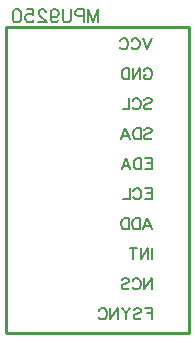
<source format=gbo>
G04 Layer: BottomSilkscreenLayer*
G04 EasyEDA v6.5.23, 2023-06-13 11:48:38*
G04 e563b856323e489fb497cbcb29ae2dd2,10*
G04 Gerber Generator version 0.2*
G04 Scale: 100 percent, Rotated: No, Reflected: No *
G04 Dimensions in millimeters *
G04 leading zeros omitted , absolute positions ,4 integer and 5 decimal *
%FSLAX45Y45*%
%MOMM*%

%ADD10C,0.2032*%
%ADD11C,0.1524*%
%ADD12C,0.2540*%

%LPD*%
D10*
X3342190Y4775032D02*
G01*
X3305868Y4679525D01*
X3269546Y4775032D02*
G01*
X3305868Y4679525D01*
X3171248Y4752426D02*
G01*
X3175820Y4761567D01*
X3184964Y4770455D01*
X3194108Y4775032D01*
X3212142Y4775032D01*
X3221286Y4770455D01*
X3230430Y4761567D01*
X3235002Y4752426D01*
X3239574Y4738705D01*
X3239574Y4716106D01*
X3235002Y4702390D01*
X3230430Y4693241D01*
X3221286Y4684100D01*
X3212142Y4679525D01*
X3194108Y4679525D01*
X3184964Y4684100D01*
X3175820Y4693241D01*
X3171248Y4702390D01*
X3073204Y4752426D02*
G01*
X3077522Y4761567D01*
X3086666Y4770455D01*
X3095810Y4775032D01*
X3114098Y4775032D01*
X3122990Y4770455D01*
X3132132Y4761567D01*
X3136704Y4752426D01*
X3141276Y4738705D01*
X3141276Y4716106D01*
X3136704Y4702390D01*
X3132132Y4693241D01*
X3122990Y4684100D01*
X3114098Y4679525D01*
X3095810Y4679525D01*
X3086666Y4684100D01*
X3077522Y4693241D01*
X3073204Y4702390D01*
X3274118Y4498426D02*
G01*
X3278436Y4507567D01*
X3287580Y4516455D01*
X3296724Y4521032D01*
X3315012Y4521032D01*
X3323902Y4516455D01*
X3333046Y4507567D01*
X3337618Y4498426D01*
X3342190Y4484705D01*
X3342190Y4462106D01*
X3337618Y4448390D01*
X3333046Y4439241D01*
X3323902Y4430100D01*
X3315012Y4425525D01*
X3296724Y4425525D01*
X3287580Y4430100D01*
X3278436Y4439241D01*
X3274118Y4448390D01*
X3274118Y4462106D01*
X3296724Y4462106D02*
G01*
X3274118Y4462106D01*
X3243892Y4521032D02*
G01*
X3243892Y4425525D01*
X3243892Y4521032D02*
G01*
X3180392Y4425525D01*
X3180392Y4521032D02*
G01*
X3180392Y4425525D01*
X3150420Y4521032D02*
G01*
X3150420Y4425525D01*
X3150420Y4521032D02*
G01*
X3118670Y4521032D01*
X3104954Y4516455D01*
X3095810Y4507567D01*
X3091240Y4498426D01*
X3086666Y4484705D01*
X3086666Y4462106D01*
X3091240Y4448390D01*
X3095810Y4439241D01*
X3104954Y4430100D01*
X3118670Y4425525D01*
X3150420Y4425525D01*
X3278436Y4253567D02*
G01*
X3287580Y4262455D01*
X3301296Y4267032D01*
X3319584Y4267032D01*
X3333046Y4262455D01*
X3342190Y4253567D01*
X3342190Y4244426D01*
X3337618Y4235282D01*
X3333046Y4230705D01*
X3323902Y4226140D01*
X3296724Y4216991D01*
X3287580Y4212676D01*
X3283008Y4208106D01*
X3278436Y4198955D01*
X3278436Y4185241D01*
X3287580Y4176100D01*
X3301296Y4171525D01*
X3319584Y4171525D01*
X3333046Y4176100D01*
X3342190Y4185241D01*
X3180392Y4244426D02*
G01*
X3184964Y4253567D01*
X3194108Y4262455D01*
X3202998Y4267032D01*
X3221286Y4267032D01*
X3230430Y4262455D01*
X3239574Y4253567D01*
X3243892Y4244426D01*
X3248464Y4230705D01*
X3248464Y4208106D01*
X3243892Y4194390D01*
X3239574Y4185241D01*
X3230430Y4176100D01*
X3221286Y4171525D01*
X3202998Y4171525D01*
X3194108Y4176100D01*
X3184964Y4185241D01*
X3180392Y4194390D01*
X3150420Y4267032D02*
G01*
X3150420Y4171525D01*
X3150420Y4171525D02*
G01*
X3095810Y4171525D01*
X3278436Y3999567D02*
G01*
X3287580Y4008455D01*
X3301296Y4013032D01*
X3319584Y4013032D01*
X3333046Y4008455D01*
X3342190Y3999567D01*
X3342190Y3990426D01*
X3337618Y3981282D01*
X3333046Y3976705D01*
X3323902Y3972140D01*
X3296724Y3962991D01*
X3287580Y3958676D01*
X3283008Y3954106D01*
X3278436Y3944955D01*
X3278436Y3931241D01*
X3287580Y3922100D01*
X3301296Y3917525D01*
X3319584Y3917525D01*
X3333046Y3922100D01*
X3342190Y3931241D01*
X3248464Y4013032D02*
G01*
X3248464Y3917525D01*
X3248464Y4013032D02*
G01*
X3216714Y4013032D01*
X3202998Y4008455D01*
X3194108Y3999567D01*
X3189536Y3990426D01*
X3184964Y3976705D01*
X3184964Y3954106D01*
X3189536Y3940390D01*
X3194108Y3931241D01*
X3202998Y3922100D01*
X3216714Y3917525D01*
X3248464Y3917525D01*
X3118670Y4013032D02*
G01*
X3154992Y3917525D01*
X3118670Y4013032D02*
G01*
X3082094Y3917525D01*
X3141276Y3949532D02*
G01*
X3095810Y3949532D01*
X3342190Y3759032D02*
G01*
X3342190Y3663525D01*
X3342190Y3759032D02*
G01*
X3283008Y3759032D01*
X3342190Y3713566D02*
G01*
X3305868Y3713566D01*
X3342190Y3663525D02*
G01*
X3283008Y3663525D01*
X3253036Y3759032D02*
G01*
X3253036Y3663525D01*
X3253036Y3759032D02*
G01*
X3221286Y3759032D01*
X3207570Y3754455D01*
X3198680Y3745567D01*
X3194108Y3736426D01*
X3189536Y3722705D01*
X3189536Y3700106D01*
X3194108Y3686390D01*
X3198680Y3677241D01*
X3207570Y3668100D01*
X3221286Y3663525D01*
X3253036Y3663525D01*
X3122990Y3759032D02*
G01*
X3159564Y3663525D01*
X3122990Y3759032D02*
G01*
X3086666Y3663525D01*
X3145848Y3695532D02*
G01*
X3100382Y3695532D01*
X3342190Y3505032D02*
G01*
X3342190Y3409525D01*
X3342190Y3505032D02*
G01*
X3283008Y3505032D01*
X3342190Y3459566D02*
G01*
X3305868Y3459566D01*
X3342190Y3409525D02*
G01*
X3283008Y3409525D01*
X3184964Y3482426D02*
G01*
X3189536Y3491567D01*
X3198680Y3500455D01*
X3207570Y3505032D01*
X3225858Y3505032D01*
X3235002Y3500455D01*
X3243892Y3491567D01*
X3248464Y3482426D01*
X3253036Y3468705D01*
X3253036Y3446106D01*
X3248464Y3432390D01*
X3243892Y3423241D01*
X3235002Y3414100D01*
X3225858Y3409525D01*
X3207570Y3409525D01*
X3198680Y3414100D01*
X3189536Y3423241D01*
X3184964Y3432390D01*
X3154992Y3505032D02*
G01*
X3154992Y3409525D01*
X3154992Y3409525D02*
G01*
X3100382Y3409525D01*
X3305868Y3251032D02*
G01*
X3342190Y3155525D01*
X3305868Y3251032D02*
G01*
X3269546Y3155525D01*
X3328474Y3187532D02*
G01*
X3283008Y3187532D01*
X3239574Y3251032D02*
G01*
X3239574Y3155525D01*
X3239574Y3251032D02*
G01*
X3207570Y3251032D01*
X3194108Y3246455D01*
X3184964Y3237567D01*
X3180392Y3228426D01*
X3175820Y3214705D01*
X3175820Y3192106D01*
X3180392Y3178390D01*
X3184964Y3169241D01*
X3194108Y3160100D01*
X3207570Y3155525D01*
X3239574Y3155525D01*
X3145848Y3251032D02*
G01*
X3145848Y3155525D01*
X3145848Y3251032D02*
G01*
X3114098Y3251032D01*
X3100382Y3246455D01*
X3091240Y3237567D01*
X3086666Y3228426D01*
X3082094Y3214705D01*
X3082094Y3192106D01*
X3086666Y3178390D01*
X3091240Y3169241D01*
X3100382Y3160100D01*
X3114098Y3155525D01*
X3145848Y3155525D01*
X3342190Y2997032D02*
G01*
X3342190Y2901525D01*
X3312218Y2997032D02*
G01*
X3312218Y2901525D01*
X3312218Y2997032D02*
G01*
X3248464Y2901525D01*
X3248464Y2997032D02*
G01*
X3248464Y2901525D01*
X3186742Y2997032D02*
G01*
X3186742Y2901525D01*
X3218492Y2997032D02*
G01*
X3154992Y2997032D01*
X3342190Y2743032D02*
G01*
X3342190Y2647525D01*
X3342190Y2743032D02*
G01*
X3278436Y2647525D01*
X3278436Y2743032D02*
G01*
X3278436Y2647525D01*
X3180392Y2720426D02*
G01*
X3184964Y2729567D01*
X3194108Y2738455D01*
X3202998Y2743032D01*
X3221286Y2743032D01*
X3230430Y2738455D01*
X3239574Y2729567D01*
X3243892Y2720426D01*
X3248464Y2706705D01*
X3248464Y2684106D01*
X3243892Y2670390D01*
X3239574Y2661241D01*
X3230430Y2652100D01*
X3221286Y2647525D01*
X3202998Y2647525D01*
X3194108Y2652100D01*
X3184964Y2661241D01*
X3180392Y2670390D01*
X3086666Y2729567D02*
G01*
X3095810Y2738455D01*
X3109526Y2743032D01*
X3127560Y2743032D01*
X3141276Y2738455D01*
X3150420Y2729567D01*
X3150420Y2720426D01*
X3145848Y2711282D01*
X3141276Y2706705D01*
X3132132Y2702140D01*
X3104954Y2692991D01*
X3095810Y2688676D01*
X3091240Y2684106D01*
X3086666Y2674955D01*
X3086666Y2661241D01*
X3095810Y2652100D01*
X3109526Y2647525D01*
X3127560Y2647525D01*
X3141276Y2652100D01*
X3150420Y2661241D01*
X3342190Y2489032D02*
G01*
X3342190Y2393525D01*
X3342190Y2489032D02*
G01*
X3283008Y2489032D01*
X3342190Y2443566D02*
G01*
X3305868Y2443566D01*
X3189536Y2475567D02*
G01*
X3198680Y2484455D01*
X3212142Y2489032D01*
X3230430Y2489032D01*
X3243892Y2484455D01*
X3253036Y2475567D01*
X3253036Y2466426D01*
X3248464Y2457282D01*
X3243892Y2452705D01*
X3235002Y2448140D01*
X3207570Y2438991D01*
X3198680Y2434676D01*
X3194108Y2430106D01*
X3189536Y2420955D01*
X3189536Y2407241D01*
X3198680Y2398100D01*
X3212142Y2393525D01*
X3230430Y2393525D01*
X3243892Y2398100D01*
X3253036Y2407241D01*
X3159564Y2489032D02*
G01*
X3122990Y2443566D01*
X3122990Y2393525D01*
X3086666Y2489032D02*
G01*
X3122990Y2443566D01*
X3056694Y2489032D02*
G01*
X3056694Y2393525D01*
X3056694Y2489032D02*
G01*
X2993194Y2393525D01*
X2993194Y2489032D02*
G01*
X2993194Y2393525D01*
X2894896Y2466426D02*
G01*
X2899468Y2475567D01*
X2908612Y2484455D01*
X2917756Y2489032D01*
X2935790Y2489032D01*
X2944934Y2484455D01*
X2954078Y2475567D01*
X2958650Y2466426D01*
X2963222Y2452705D01*
X2963222Y2430106D01*
X2958650Y2416390D01*
X2954078Y2407241D01*
X2944934Y2398100D01*
X2935790Y2393525D01*
X2917756Y2393525D01*
X2908612Y2398100D01*
X2899468Y2407241D01*
X2894896Y2416390D01*
D11*
X2884990Y5018105D02*
G01*
X2884990Y4909141D01*
X2884990Y5018105D02*
G01*
X2843334Y4909141D01*
X2801932Y5018105D02*
G01*
X2843334Y4909141D01*
X2801932Y5018105D02*
G01*
X2801932Y4909141D01*
X2767642Y5018105D02*
G01*
X2767642Y4909141D01*
X2767642Y5018105D02*
G01*
X2720906Y5018105D01*
X2705158Y5013032D01*
X2700078Y5007698D01*
X2694744Y4997282D01*
X2694744Y4981790D01*
X2700078Y4971374D01*
X2705158Y4966291D01*
X2720906Y4960955D01*
X2767642Y4960955D01*
X2660454Y5018105D02*
G01*
X2660454Y4940132D01*
X2655374Y4924640D01*
X2644960Y4914224D01*
X2629466Y4909141D01*
X2619052Y4909141D01*
X2603304Y4914224D01*
X2592890Y4924640D01*
X2587810Y4940132D01*
X2587810Y5018105D01*
X2485956Y4981790D02*
G01*
X2491290Y4966291D01*
X2501450Y4955882D01*
X2517198Y4950548D01*
X2522278Y4950548D01*
X2538026Y4955882D01*
X2548440Y4966291D01*
X2553520Y4981790D01*
X2553520Y4986868D01*
X2548440Y5002616D01*
X2538026Y5013032D01*
X2522278Y5018105D01*
X2517198Y5018105D01*
X2501450Y5013032D01*
X2491290Y5002616D01*
X2485956Y4981790D01*
X2485956Y4955882D01*
X2491290Y4929718D01*
X2501450Y4914224D01*
X2517198Y4909141D01*
X2527612Y4909141D01*
X2543106Y4914224D01*
X2548440Y4924640D01*
X2446586Y4992197D02*
G01*
X2446586Y4997282D01*
X2441252Y5007698D01*
X2436172Y5013032D01*
X2425758Y5018105D01*
X2404930Y5018105D01*
X2394516Y5013032D01*
X2389436Y5007698D01*
X2384102Y4997282D01*
X2384102Y4986868D01*
X2389436Y4976456D01*
X2399850Y4960955D01*
X2451666Y4909141D01*
X2379022Y4909141D01*
X2282248Y5018105D02*
G01*
X2334318Y5018105D01*
X2339398Y4971374D01*
X2334318Y4976456D01*
X2318570Y4981790D01*
X2303076Y4981790D01*
X2287582Y4976456D01*
X2277168Y4966291D01*
X2271834Y4950548D01*
X2271834Y4940132D01*
X2277168Y4924640D01*
X2287582Y4914224D01*
X2303076Y4909141D01*
X2318570Y4909141D01*
X2334318Y4914224D01*
X2339398Y4919306D01*
X2344732Y4929718D01*
X2206556Y5018105D02*
G01*
X2222050Y5013032D01*
X2232464Y4997282D01*
X2237544Y4971374D01*
X2237544Y4955882D01*
X2232464Y4929718D01*
X2222050Y4914224D01*
X2206556Y4909141D01*
X2196142Y4909141D01*
X2180394Y4914224D01*
X2169980Y4929718D01*
X2164900Y4955882D01*
X2164900Y4971374D01*
X2169980Y4997282D01*
X2180394Y5013032D01*
X2196142Y5018105D01*
X2206556Y5018105D01*
D12*
X3659995Y4865001D02*
G01*
X2109985Y4865001D01*
X2109985Y2274986D01*
X3659995Y2274986D01*
X3659995Y4865001D01*
M02*

</source>
